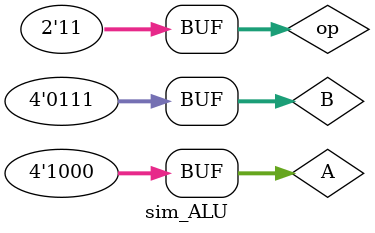
<source format=v>
`timescale 1ns / 1ps


module sim_ALU(
    );
    reg [15:14]op;
    reg [3:0]A;
    reg [7:4]B;
    wire [7:0]F;
    wire [15:0] D; 
    
    ALU alu(op, A, B, F, D);
    
    initial begin            
        op = 2'b00;A = 4'b0111; B = 4'b0111;
        #0.005 op = 2'b00;A = 4'b1111; B = 4'b0111;
        #0.005 op = 2'b01;A = 4'b0111; B = 4'b0111;
        #0.005 op = 2'b01;A = 4'b0011; B = 4'b1111;
        #0.005 op = 2'b10;A = 4'b0111; B = 4'b0000;
        #0.005 op = 2'b10;A = 4'b1100; B = 4'b0000;
        #0.005 op = 2'b11;A = 4'b0111; B = 4'b0111;
        #0.005 op = 2'b11;A = 4'b0111; B = 4'b0100;
        #0.005 op = 2'b11;A = 4'b1000; B = 4'b0111;#2;
    end       
    
    
endmodule

</source>
